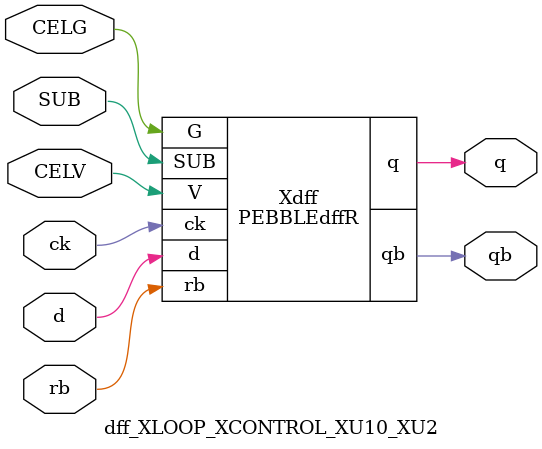
<source format=v>



module PEBBLEdffR ( q, qb, G, SUB, V, ck, d, rb );

  input V;
  output q;
  input rb;
  input d;
  input G;
  input ck;
  input SUB;
  output qb;
endmodule

//Celera Confidential Do Not Copy dff_XLOOP_XCONTROL_XU10_XU2
//Celera Confidential Symbol Generator
//DFF latch
module dff_XLOOP_XCONTROL_XU10_XU2 (CELV,CELG,d,rb,ck,q,qb,SUB );
input CELV;
input CELG;
input d;
input rb;
input ck;
input SUB;
output q;
output qb;

//Celera Confidential Do Not Copy dff
PEBBLEdffR Xdff(
.V (CELV),
.d (d),
.rb (rb),
.ck (ck),
.q (q),
.qb (qb),
.SUB (SUB),
.G (CELG)
);
//,diesize,PEBBLEdffR

//Celera Confidential Do Not Copy Module End
//Celera Schematic Generator
endmodule

</source>
